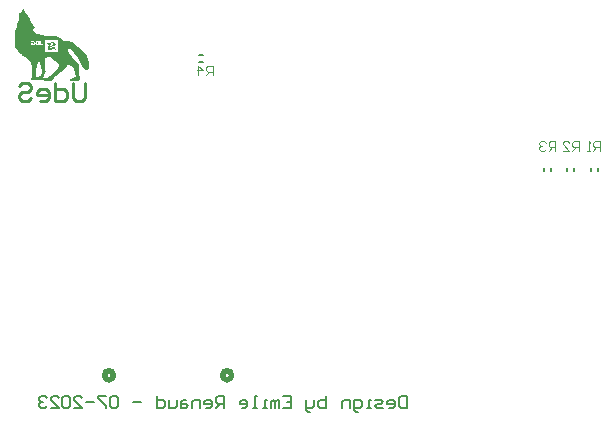
<source format=gbo>
G04*
G04 #@! TF.GenerationSoftware,Altium Limited,Altium Designer,23.4.1 (23)*
G04*
G04 Layer_Color=32896*
%FSLAX44Y44*%
%MOMM*%
G71*
G04*
G04 #@! TF.SameCoordinates,9FFFCCE3-57C6-44D0-9ABF-11A32D4D8937*
G04*
G04*
G04 #@! TF.FilePolarity,Positive*
G04*
G01*
G75*
%ADD10C,0.2540*%
%ADD11C,0.2000*%
%ADD12C,0.5080*%
%ADD17C,0.1200*%
%ADD18C,0.1800*%
G36*
X81669Y350519D02*
X81737Y350498D01*
X81737Y350498D01*
X81755Y350492D01*
X81811Y350462D01*
X81861Y350421D01*
X81892Y350383D01*
X81893Y350383D01*
X81944Y350307D01*
X81992Y350208D01*
X82008Y350161D01*
X82011Y350162D01*
Y350162D01*
X82010Y350162D01*
X82124Y349840D01*
X82318Y349347D01*
X82530Y348860D01*
X82537Y348845D01*
X82538Y348846D01*
X82578Y348758D01*
X82752Y348411D01*
X82943Y348073D01*
X83124Y347788D01*
X83125Y347789D01*
X83125Y347789D01*
X83211Y347656D01*
X83449Y347326D01*
X83702Y347006D01*
X83894Y346786D01*
X83892Y346785D01*
X84325Y346311D01*
X84790Y345832D01*
X84995Y345633D01*
X84995Y345633D01*
Y345633D01*
X84994Y345631D01*
X85206Y345425D01*
X85669Y344948D01*
X85796Y344810D01*
X85797Y344811D01*
X85797Y344811D01*
X85814Y344793D01*
X86136Y344430D01*
X86437Y344064D01*
X86435Y344063D01*
X86552Y343915D01*
X86787Y343588D01*
X86897Y343420D01*
X86899Y343421D01*
Y343421D01*
X86898Y343420D01*
X86980Y343285D01*
X87056Y343122D01*
X87117Y342953D01*
X87119Y342942D01*
X87120Y342943D01*
X87120Y342942D01*
X87134Y342897D01*
X87238Y342531D01*
X87240Y342532D01*
Y342532D01*
X87239Y342531D01*
X87328Y342226D01*
X87388Y342009D01*
X87389Y342010D01*
X87388Y342009D01*
X87488Y341661D01*
X87541Y341468D01*
X87540Y341468D01*
X87671Y340991D01*
X87673Y340991D01*
D01*
X87673D01*
X87673D01*
X87713Y340851D01*
X87796Y340627D01*
X87871Y340463D01*
X87872Y340463D01*
X87980Y340240D01*
X88218Y339794D01*
X88251Y339738D01*
X88252Y339739D01*
Y339739D01*
X88252Y339739D01*
X88252Y339739D01*
X88252D01*
X88396Y339487D01*
X88669Y339045D01*
X88724Y338962D01*
X88725Y338962D01*
X88799Y338846D01*
X89081Y338441D01*
X89229Y338245D01*
X89229Y338245D01*
X89228Y338243D01*
X89521Y337855D01*
X90067Y337100D01*
X90597Y336334D01*
X90625Y336292D01*
X90624Y336291D01*
X90669Y336225D01*
X90801Y336004D01*
X90916Y335773D01*
X91014Y335535D01*
X91096Y335290D01*
X91125Y335175D01*
X91128Y335176D01*
X91125Y335175D01*
X91138Y335121D01*
X91146Y335029D01*
X91138Y334938D01*
X91117Y334848D01*
X91082Y334764D01*
X91034Y334685D01*
X90974Y334615D01*
X90941Y334587D01*
X90941Y334587D01*
X90896Y334547D01*
X90779Y334469D01*
X90653Y334407D01*
X90520Y334362D01*
X90383Y334335D01*
X90243Y334326D01*
Y334328D01*
X90243D01*
X90031Y334318D01*
X89820Y334291D01*
X89769Y334279D01*
X89770Y334279D01*
X89769Y334281D01*
X89769Y334281D01*
X89686Y334256D01*
X89609Y334215D01*
X89541Y334159D01*
X89513Y334124D01*
X89512Y334124D01*
X89512Y334124D01*
X89512D01*
X89495Y334101D01*
X89476Y334057D01*
X89470Y334009D01*
X89476Y333962D01*
X89495Y333918D01*
X89499Y333912D01*
X89500Y333912D01*
X89500Y333912D01*
X89500Y333912D01*
Y333912D01*
X89524Y333873D01*
X89596Y333788D01*
X89681Y333716D01*
X89726Y333688D01*
X89726Y333688D01*
X89726Y333688D01*
X89726Y333687D01*
X89776Y333648D01*
X89820Y333591D01*
X89823Y333585D01*
X89824Y333586D01*
X89822Y333585D01*
X89876Y333475D01*
X89903Y333397D01*
X89905Y333398D01*
X89904Y333397D01*
X89941Y333267D01*
X89959Y333165D01*
X89961Y333165D01*
X89958Y333165D01*
X89971Y333078D01*
X89979Y332920D01*
X89978D01*
X89985Y332804D01*
X90008Y332691D01*
X90031Y332623D01*
X90030Y332622D01*
X90088Y332481D01*
X90167Y332338D01*
X90183Y332316D01*
X90183Y332315D01*
X90191Y332301D01*
X90302Y332151D01*
X90428Y332013D01*
X90428Y332013D01*
X90428Y332013D01*
X90596Y331857D01*
X90758Y331730D01*
X90758Y331730D01*
X90776Y331717D01*
X90984Y331550D01*
X91091Y331451D01*
X91092Y331452D01*
X91093D01*
X91091Y331451D01*
X91258Y331292D01*
X91453Y331087D01*
X91517Y331020D01*
X91759Y330735D01*
X91786Y330700D01*
X91785Y330700D01*
X91856Y330612D01*
X92000Y330404D01*
X92032Y330350D01*
X92033Y330351D01*
X92033Y330351D01*
X92165Y330146D01*
X92337Y329912D01*
X92345Y329902D01*
X92346Y329903D01*
X92401Y329839D01*
X92487Y329766D01*
X92583Y329707D01*
X92604Y329698D01*
X92688Y329664D01*
X92799Y329637D01*
X92912Y329628D01*
X92928Y329629D01*
X92928Y329630D01*
X93120Y329636D01*
X93420Y329663D01*
X93479Y329672D01*
X93479Y329673D01*
X93479Y329671D01*
X93597Y329686D01*
X93823Y329696D01*
X94017Y329687D01*
X94017Y329687D01*
X94260Y329665D01*
X94577Y329616D01*
X94657Y329599D01*
X94657Y329601D01*
X95036Y329516D01*
X95411Y329412D01*
X95418Y329410D01*
X95418Y329410D01*
X95418Y329410D01*
X95956Y329237D01*
X96330Y329103D01*
X96330Y329104D01*
X96738Y328961D01*
X97259Y328797D01*
X97591Y328707D01*
X97591Y328707D01*
X97591Y328704D01*
X97599Y328702D01*
X97960Y328615D01*
X98324Y328548D01*
X98660Y328504D01*
X98660Y328504D01*
X98771Y328491D01*
X99324Y328444D01*
X99878Y328415D01*
X100087Y328412D01*
X100087Y328412D01*
Y328412D01*
X100884Y328394D01*
X103062Y328364D01*
X103062Y328366D01*
X103219Y328365D01*
X105242Y328335D01*
X105849Y328320D01*
Y328320D01*
X106005Y328318D01*
X106646Y328289D01*
X107287Y328240D01*
X107377Y328231D01*
X107377Y328231D01*
X107787Y328184D01*
X108217Y328114D01*
X108502Y328054D01*
X108502Y328056D01*
X108502Y328054D01*
X108875Y327968D01*
X109347Y327838D01*
X109665Y327736D01*
X109665Y327738D01*
X109666D01*
X109665Y327737D01*
X109712Y327723D01*
X110467Y327463D01*
X111215Y327185D01*
X111357Y327128D01*
X111357Y327129D01*
X111698Y326988D01*
X112057Y326819D01*
X112407Y326634D01*
X112507Y326576D01*
X112508Y326577D01*
X112507Y326576D01*
X112697Y326464D01*
X112958Y326289D01*
X113209Y326100D01*
X113384Y325953D01*
X113384Y325952D01*
X113484Y325867D01*
X113748Y325616D01*
X113999Y325352D01*
X114179Y325141D01*
X114180Y325143D01*
X115071Y324071D01*
X115071Y324070D01*
X115072D01*
X118047Y323888D01*
X118047Y323888D01*
X118656Y323842D01*
X119279Y323775D01*
X119900Y323691D01*
X120517Y323587D01*
X120878Y323515D01*
X120879Y323518D01*
X120879D01*
X120879Y323517D01*
X121240Y323436D01*
X121617Y323332D01*
X121988Y323209D01*
X122353Y323068D01*
X122711Y322910D01*
X122986Y322771D01*
X122986Y322771D01*
X123308Y322599D01*
X123721Y322357D01*
X124123Y322099D01*
X124515Y321826D01*
X124896Y321537D01*
X125148Y321331D01*
X125148Y321331D01*
X125931Y320673D01*
X126898Y319834D01*
X127852Y318980D01*
X128364Y318507D01*
X128365Y318509D01*
X128365Y318509D01*
X128364Y318507D01*
X130009Y316983D01*
X132818Y314354D01*
X132818Y314354D01*
X133253Y313933D01*
X133683Y313489D01*
X134099Y313032D01*
X134320Y312773D01*
X134322Y312775D01*
X134320Y312773D01*
X134442Y312628D01*
X134642Y312363D01*
X134826Y312088D01*
X134994Y311802D01*
X135147Y311507D01*
X135154Y311490D01*
X135153Y311489D01*
X135265Y311256D01*
X135479Y310763D01*
X135675Y310264D01*
X135854Y309757D01*
X135877Y309685D01*
X135877Y309685D01*
X135897Y309626D01*
X136121Y308905D01*
X136326Y308178D01*
X136512Y307446D01*
X136679Y306709D01*
X136826Y305968D01*
X136867Y305734D01*
X136869Y305735D01*
X136868Y305734D01*
X136948Y305240D01*
X137017Y304689D01*
X137066Y304137D01*
X137096Y303583D01*
X137106Y303028D01*
X137096Y302473D01*
X137085Y302260D01*
X137087Y302260D01*
X137087D01*
X137060Y301891D01*
X137014Y301521D01*
X136950Y301153D01*
X136869Y300790D01*
X136769Y300430D01*
X136652Y300076D01*
X136563Y299846D01*
X136566Y299845D01*
X136563Y299846D01*
X136527Y299759D01*
X136456Y299631D01*
X136372Y299511D01*
X136274Y299402D01*
X136165Y299305D01*
X136046Y299220D01*
X135918Y299149D01*
X135782Y299093D01*
X135642Y299053D01*
X135497Y299028D01*
X135351Y299020D01*
Y299020D01*
X135351D01*
X135192Y299028D01*
X135035Y299051D01*
X134881Y299090D01*
X134731Y299143D01*
X134626Y299193D01*
X134626Y299192D01*
X134259Y299384D01*
X133881Y299607D01*
X133596Y299793D01*
X133596Y299793D01*
X133426Y299907D01*
X133075Y300165D01*
X132736Y300437D01*
X132574Y300579D01*
X132572Y300577D01*
X132573Y300578D01*
X132550Y300596D01*
X132305Y300827D01*
X132075Y301072D01*
X131859Y301330D01*
X131814Y301392D01*
X131813Y301391D01*
X131645Y301625D01*
X131484Y301884D01*
X131467Y301917D01*
X131467Y301918D01*
X131208Y302380D01*
X130982Y302811D01*
X130980Y302810D01*
X130982Y302811D01*
X130765Y303228D01*
X130462Y303850D01*
X130413Y303951D01*
X130081Y304675D01*
X129982Y304906D01*
X129980Y304905D01*
X129980Y304905D01*
X129871Y305159D01*
X129546Y305864D01*
X129508Y305940D01*
X129509Y305940D01*
X129500Y305960D01*
X129179Y306603D01*
X129011Y306918D01*
X129011Y306918D01*
X129012Y306919D01*
X128973Y306995D01*
X128645Y307582D01*
X128555Y307733D01*
X128556Y307733D01*
X128455Y307891D01*
X128330Y308054D01*
X128251Y308140D01*
X128253Y308142D01*
X128173Y308228D01*
X128047Y308393D01*
X128008Y308455D01*
X128007Y308454D01*
X128007Y308454D01*
X127879Y308660D01*
X127775Y308854D01*
X127774Y308853D01*
X127774Y308853D01*
X127775Y308854D01*
X127747Y308907D01*
X127633Y309160D01*
X127590Y309273D01*
X127589Y309272D01*
X127577Y309303D01*
X127520Y309482D01*
X127484Y309644D01*
X127484Y309644D01*
X127476Y309689D01*
X127417Y309945D01*
X127340Y310196D01*
X127248Y310442D01*
X127139Y310681D01*
X127016Y310913D01*
X126877Y311136D01*
X126724Y311350D01*
X126689Y311392D01*
X126689Y311392D01*
X126689Y311392D01*
X126187Y312023D01*
X125477Y312884D01*
X124752Y313733D01*
X124049Y314527D01*
X124048Y314526D01*
X123721Y314891D01*
X122868Y315814D01*
X122001Y316723D01*
X121202Y317534D01*
X121202Y317535D01*
X121201Y317537D01*
X121068Y317657D01*
X120924Y317764D01*
X120770Y317856D01*
X120608Y317932D01*
X120439Y317993D01*
X120266Y318036D01*
X120088Y318063D01*
X119909Y318071D01*
Y318071D01*
X119876Y318064D01*
X119847Y318045D01*
X119829Y318017D01*
X119824Y317995D01*
X119824Y317995D01*
X119824Y317995D01*
X119774Y317613D01*
X119759Y317460D01*
X119759Y317460D01*
X119759Y317460D01*
X119743Y317312D01*
X119713Y316849D01*
X119711Y316791D01*
X119713Y316791D01*
X119712D01*
X119705Y316626D01*
X119695Y315996D01*
X119698D01*
X119698Y315996D01*
X119698Y315996D01*
X119695D01*
X119705Y315175D01*
X119724Y314669D01*
X119724D01*
X119724Y314669D01*
X119729Y314547D01*
X119759Y314324D01*
X119807Y314105D01*
X119836Y314014D01*
X119836D01*
X119836Y314014D01*
X119868Y313912D01*
X119939Y313741D01*
X120025Y313577D01*
X120107Y313447D01*
X120107Y313447D01*
X120374Y313062D01*
X120730Y312581D01*
X120760Y312544D01*
X120761Y312545D01*
X120760Y312544D01*
X121026Y312213D01*
X121324Y311873D01*
X121383Y311810D01*
X121384Y311811D01*
X121384Y311810D01*
X121596Y311581D01*
X122474Y310660D01*
X122523Y310611D01*
X122523Y310610D01*
X122525Y310608D01*
X123464Y309655D01*
X123873Y309252D01*
X123873Y309252D01*
X123873D01*
X123873Y309252D01*
X124431Y308702D01*
X125269Y307899D01*
X125270Y307900D01*
X128715Y304634D01*
X128634Y300805D01*
X128633Y300805D01*
X128629Y300643D01*
X128619Y299550D01*
X128622Y299160D01*
X128622D01*
X128622Y299160D01*
X128629Y298516D01*
X128657Y297638D01*
X128658Y297638D01*
X128666Y297418D01*
X128716Y296588D01*
X128735Y296360D01*
X128735Y296360D01*
X128735Y296360D01*
X128749Y296186D01*
X128794Y295846D01*
X128850Y295539D01*
X128849Y295539D01*
X128901Y295294D01*
X128989Y294771D01*
X129059Y294246D01*
X129069Y294136D01*
X129071Y294136D01*
X129070Y294136D01*
X129114Y293642D01*
X129143Y293106D01*
X129150Y292696D01*
X129151Y292696D01*
X129150Y292696D01*
X129152Y292584D01*
X129143Y292084D01*
X129115Y291586D01*
X129101Y291442D01*
X129102Y291442D01*
X129101Y291419D01*
X129075Y291241D01*
X129031Y291066D01*
X128970Y290896D01*
X128893Y290733D01*
X128892Y290732D01*
X128893Y290732D01*
X128892Y290732D01*
X128837Y290644D01*
X128760Y290554D01*
X128670Y290477D01*
X128609Y290439D01*
X128609Y290439D01*
X128514Y290386D01*
X128381Y290331D01*
X128242Y290291D01*
X128167Y290278D01*
X128168Y290276D01*
X128168Y290276D01*
X127851Y290232D01*
X127519Y290204D01*
X127359Y290199D01*
X127359Y290197D01*
X127359Y290199D01*
X126751Y290180D01*
X125448Y290156D01*
X125448Y290156D01*
X124335Y290147D01*
X123354Y290155D01*
Y290155D01*
X123024Y290161D01*
X122517Y290190D01*
X122014Y290237D01*
Y290237D01*
X122013Y290237D01*
X121677Y290285D01*
X121345Y290351D01*
X121177Y290394D01*
X121176Y290392D01*
X121177Y290392D01*
X121174Y290392D01*
X121108Y290420D01*
X121051Y290463D01*
X121007Y290520D01*
X120980Y290587D01*
X120970Y290658D01*
X120971D01*
X120978Y290746D01*
X120999Y290833D01*
X121033Y290916D01*
X121080Y290991D01*
X121137Y291059D01*
X121192Y291106D01*
X121192Y291107D01*
X121193Y291106D01*
X121354Y291232D01*
X121934Y291661D01*
X122432Y292009D01*
X122432Y292010D01*
X122432D01*
X122433Y292008D01*
X122598Y292123D01*
X123100Y292446D01*
X123612Y292753D01*
X123749Y292829D01*
X123748Y292831D01*
X123748Y292829D01*
X123799Y292859D01*
X124046Y292983D01*
X124302Y293089D01*
X124564Y293176D01*
X124710Y293213D01*
X124710Y293216D01*
X124710D01*
X125856Y293504D01*
X125856D01*
X125856Y293504D01*
X125857Y293505D01*
X125857Y293505D01*
X125857Y293505D01*
X125857Y293505D01*
X125857Y293505D01*
X125857Y293506D01*
X125703Y294802D01*
X125705Y294802D01*
X125638Y295284D01*
X125550Y295777D01*
X125443Y296266D01*
X125422Y296344D01*
X125421Y296344D01*
X125422Y296344D01*
X125184Y297286D01*
X124878Y298416D01*
X124799Y298690D01*
X124799Y298690D01*
X124731Y298932D01*
X124304Y300385D01*
X124101Y301042D01*
Y301042D01*
X124101Y301042D01*
X124101Y301042D01*
X124101D01*
X124103Y301042D01*
X124040Y301218D01*
X123957Y301394D01*
X123856Y301561D01*
X123740Y301718D01*
X123733Y301726D01*
X123732Y301725D01*
X123732Y301726D01*
X123639Y301830D01*
X123512Y301943D01*
X123374Y302041D01*
X123274Y302097D01*
X123274Y302097D01*
X121832Y302853D01*
X120964Y303298D01*
Y303298D01*
X120964Y303298D01*
X120964Y303298D01*
X120964Y303299D01*
X120571Y303502D01*
X118620Y304491D01*
X118619Y304489D01*
X118546Y304525D01*
X118408Y304572D01*
X118265Y304600D01*
X118120Y304610D01*
X118120D01*
Y304608D01*
X118098Y304604D01*
X118080Y304592D01*
X118068Y304574D01*
X118065Y304559D01*
X118064Y304559D01*
X118058Y304477D01*
X118063Y304404D01*
X118064D01*
X118062Y304403D01*
X118062Y304400D01*
X118088Y304247D01*
X118107Y304182D01*
X118107Y304182D01*
X118107Y304181D01*
X118141Y304061D01*
X118194Y303917D01*
X118193Y303916D01*
X118205Y303887D01*
X118263Y303704D01*
X118282Y303615D01*
X118285Y303615D01*
X118283Y303615D01*
X118321Y303426D01*
X118338Y303278D01*
X118341Y303278D01*
X118338Y303278D01*
X118348Y303196D01*
X118357Y302976D01*
X118356Y302957D01*
X118356D01*
X118348Y302827D01*
X118324Y302709D01*
X118325Y302709D01*
Y302709D01*
X118323Y302709D01*
X118304Y302633D01*
X118250Y302482D01*
X118182Y302338D01*
X118100Y302201D01*
X118005Y302073D01*
X117931Y301992D01*
X117933Y301991D01*
X117931Y301992D01*
X117504Y301540D01*
X116772Y300794D01*
X116393Y300423D01*
X116393Y300423D01*
X116041Y300078D01*
X115378Y299455D01*
X114701Y298847D01*
X114590Y298752D01*
X114591Y298750D01*
X114591D01*
X114590Y298752D01*
X114476Y298650D01*
X113833Y298106D01*
X113177Y297578D01*
X112775Y297269D01*
X112777Y297268D01*
X111897Y296593D01*
X110643Y295605D01*
X110516Y295503D01*
X110517Y295502D01*
X110517Y295502D01*
X110380Y295395D01*
X109815Y294925D01*
X109262Y294440D01*
X109046Y294240D01*
X109045Y294240D01*
X108953Y294156D01*
X108556Y293773D01*
X108173Y293377D01*
X107957Y293138D01*
X107957Y293138D01*
X107957Y293138D01*
Y293138D01*
X107957D01*
X107957Y293138D01*
X107775Y292935D01*
X107415Y292504D01*
X107070Y292060D01*
X106986Y291943D01*
X106986Y291943D01*
X105801Y290328D01*
X102781Y290219D01*
X102781Y290220D01*
X101854Y290193D01*
X100812Y290183D01*
X100555Y290186D01*
Y290185D01*
X100218Y290193D01*
X99847Y290221D01*
X99477Y290266D01*
X99235Y290308D01*
X99235Y290307D01*
X99050Y290348D01*
X98858Y290408D01*
X98672Y290485D01*
X98493Y290578D01*
X98479Y290587D01*
X98478Y290586D01*
X98480Y290589D01*
X98425Y290622D01*
X98347Y290689D01*
X98280Y290767D01*
X98226Y290855D01*
X98187Y290950D01*
X98163Y291050D01*
X98162Y291057D01*
X98161Y291057D01*
X98163Y291057D01*
X98160Y291070D01*
X98153Y291180D01*
X98160Y291290D01*
X98182Y291398D01*
X98217Y291503D01*
X98235Y291539D01*
X98233Y291540D01*
X98235Y291539D01*
X98268Y291605D01*
X98332Y291701D01*
X98408Y291788D01*
X98495Y291864D01*
X98562Y291908D01*
X98562Y291908D01*
X98641Y291959D01*
X98823Y292054D01*
X99014Y292132D01*
X99210Y292194D01*
X99225Y292198D01*
X99225Y292199D01*
X99225Y292197D01*
X99657Y292304D01*
X100184Y292414D01*
X100364Y292445D01*
X100364Y292447D01*
X100364Y292447D01*
X100609Y292492D01*
X100970Y292579D01*
X101086Y292613D01*
X101086Y292612D01*
X101450Y292724D01*
X101821Y292858D01*
X101822Y292859D01*
X101821Y292861D01*
X101822Y292861D01*
X101998Y292929D01*
X102368Y293093D01*
X102518Y293169D01*
X102518Y293168D01*
X102739Y293282D01*
X103021Y293448D01*
X103123Y293516D01*
X103123Y293516D01*
X103195Y293562D01*
X103591Y293837D01*
X103975Y294128D01*
X104348Y294434D01*
X104708Y294755D01*
X104758Y294802D01*
X104757Y294803D01*
X104757Y294803D01*
X105180Y295197D01*
X106222Y296197D01*
X107250Y297210D01*
X107379Y297341D01*
X108263Y298237D01*
X109261Y299278D01*
X109908Y299973D01*
X109908Y299973D01*
Y299973D01*
X109910Y299972D01*
X109927Y299989D01*
X110249Y300352D01*
X110557Y300728D01*
X110851Y301115D01*
X111129Y301514D01*
X111194Y301615D01*
X111193Y301616D01*
X111193Y301616D01*
X111461Y302027D01*
X111793Y302561D01*
X111793Y302561D01*
X111793Y302561D01*
X111794Y302560D01*
X111865Y302687D01*
X111925Y302833D01*
X111964Y302968D01*
X111962Y302968D01*
X111963Y302968D01*
X111963Y302968D01*
X111973Y303011D01*
X111979Y303096D01*
X111973Y303181D01*
X111953Y303264D01*
X111939Y303298D01*
X111938D01*
X111939Y303298D01*
X111887Y303424D01*
X111784Y303620D01*
X111708Y303741D01*
X111708Y303741D01*
X111581Y303930D01*
X111375Y304204D01*
X111153Y304467D01*
X111101Y304522D01*
X111100Y304522D01*
Y304522D01*
X111101Y304522D01*
X111016Y304616D01*
X110625Y305021D01*
X110220Y305412D01*
X110215Y305417D01*
X110214Y305415D01*
X109836Y305762D01*
X109325Y306203D01*
X109055Y306423D01*
X109055Y306424D01*
X109055Y306424D01*
X109056Y306425D01*
X108348Y306991D01*
X107596Y307568D01*
X107595Y307567D01*
X107595D01*
X107596Y307568D01*
X107462Y307668D01*
X107004Y308031D01*
X106849Y308163D01*
X106849Y308163D01*
X106664Y308317D01*
X106248Y308691D01*
X106159Y308777D01*
X106158Y308776D01*
X106158D01*
X106159Y308777D01*
X105883Y309043D01*
X105603Y309334D01*
X105602Y309333D01*
X105603Y309334D01*
X105515Y309433D01*
X105411Y309578D01*
X105347Y309695D01*
X105346Y309695D01*
X105335Y309718D01*
X105240Y309876D01*
X105130Y310025D01*
X105006Y310162D01*
X104869Y310286D01*
X104779Y310353D01*
Y310353D01*
X104707Y310403D01*
X104578Y310475D01*
X104440Y310532D01*
X104298Y310573D01*
X104152Y310598D01*
X104030Y310605D01*
Y310604D01*
X103972Y310607D01*
X103744Y310598D01*
X103517Y310571D01*
X103292Y310526D01*
X103072Y310464D01*
X102977Y310429D01*
Y310429D01*
X102976Y310429D01*
X102565Y310275D01*
X102042Y310058D01*
X101526Y309824D01*
X101422Y309773D01*
X101423Y309772D01*
X101422Y309772D01*
X100783Y309459D01*
X100308Y309213D01*
X100309Y309213D01*
X100308Y309214D01*
X100118Y309108D01*
X99917Y308974D01*
X99800Y308881D01*
X99800Y308881D01*
X99800D01*
X99800Y308881D01*
X99741Y308832D01*
X99669Y308747D01*
X99611Y308652D01*
X99589Y308600D01*
X99589Y308599D01*
X99587Y308600D01*
X99562Y308517D01*
X99553Y308429D01*
X99562Y308341D01*
X99578Y308289D01*
X99578Y308289D01*
X99576Y308288D01*
X99609Y308174D01*
X99633Y308033D01*
X99638Y307945D01*
X99640Y307945D01*
X99639Y307945D01*
X99650Y307725D01*
X99672Y306960D01*
X99674Y306960D01*
X99673Y306960D01*
X99677Y306818D01*
X99687Y305885D01*
X99686Y305781D01*
X99686D01*
X99677Y304796D01*
X99669Y304479D01*
X99669D01*
X99668Y304431D01*
X99658Y303511D01*
X99662Y303088D01*
X99662Y303088D01*
X99668Y302599D01*
X99698Y301787D01*
X99700Y301787D01*
X99705Y301647D01*
X99755Y300909D01*
X99776Y300694D01*
X99776Y300694D01*
X99793Y300521D01*
X99838Y300252D01*
X99888Y300033D01*
X99889Y300034D01*
X99887Y300033D01*
X99989Y299633D01*
X100192Y298765D01*
X100244Y298515D01*
X100246Y298516D01*
X100244Y298515D01*
X100275Y298360D01*
X100302Y298135D01*
X100311Y297908D01*
X100305Y297757D01*
X100304Y297757D01*
X100300Y297672D01*
X100274Y297492D01*
X100229Y297316D01*
X100168Y297144D01*
X100152Y297111D01*
X100151Y297111D01*
X100054Y296889D01*
X99854Y296484D01*
X99685Y296176D01*
X99687Y296175D01*
X99686Y296176D01*
X99529Y295889D01*
X99364Y295555D01*
X99365Y295555D01*
X99236Y295282D01*
X99027Y294800D01*
X98992Y294718D01*
X98767Y294149D01*
X98726Y294035D01*
X98727Y294034D01*
X98727Y294034D01*
X98635Y293779D01*
X98512Y293384D01*
X98437Y293126D01*
X98302Y292728D01*
X98150Y292337D01*
X98020Y292041D01*
X98021Y292041D01*
D01*
X98021Y292040D01*
X98021Y292041D01*
X98018Y292033D01*
X97904Y291805D01*
X97774Y291586D01*
X97628Y291377D01*
X97468Y291178D01*
X97410Y291115D01*
X97410Y291115D01*
X97337Y291036D01*
X97191Y290903D01*
X97035Y290783D01*
X96868Y290676D01*
X96692Y290585D01*
X96669Y290575D01*
X96670Y290574D01*
X96669Y290575D01*
X96518Y290513D01*
X96340Y290457D01*
X96158Y290416D01*
X95973Y290392D01*
X95786Y290384D01*
Y290383D01*
X95786D01*
X95407Y290393D01*
X95029Y290421D01*
X94704Y290461D01*
X94704Y290460D01*
X94331Y290521D01*
X93945Y290602D01*
X93615Y290688D01*
X93615Y290689D01*
X93428Y290741D01*
X93043Y290868D01*
X92725Y290991D01*
X92724Y290991D01*
X92722Y290992D01*
X92666Y291021D01*
X92618Y291061D01*
X92577Y291110D01*
X92548Y291166D01*
X92529Y291226D01*
X92523Y291289D01*
X92523D01*
X92531Y291456D01*
X92555Y291620D01*
X92596Y291782D01*
X92652Y291939D01*
X92655Y291944D01*
X92654Y291945D01*
X92656Y291944D01*
X92693Y292032D01*
X92790Y292218D01*
X92902Y292395D01*
X93030Y292562D01*
X93036Y292568D01*
X93037Y292568D01*
X93063Y292600D01*
X93230Y292780D01*
X93410Y292947D01*
X93601Y293101D01*
X93668Y293148D01*
X93667Y293150D01*
X93667D01*
X93668Y293148D01*
X93906Y293312D01*
X94208Y293497D01*
X94520Y293666D01*
X94541Y293676D01*
X94541Y293677D01*
X94541D01*
X94541Y293677D01*
X94541Y293677D01*
X94773Y293794D01*
X95236Y294050D01*
X95690Y294324D01*
X95702Y294331D01*
X95701Y294332D01*
X95867Y294443D01*
X96053Y294590D01*
X96227Y294751D01*
X96377Y294913D01*
X96376Y294914D01*
Y294914D01*
X96376Y294914D01*
X96396Y294935D01*
X96509Y295082D01*
X96608Y295238D01*
X96694Y295403D01*
X96765Y295574D01*
X96770Y295589D01*
X96769Y295589D01*
X96792Y295651D01*
X96881Y295944D01*
X96951Y296243D01*
X96997Y296520D01*
X96996Y296520D01*
X96997Y296520D01*
X97043Y296920D01*
X97073Y297343D01*
X97083Y297768D01*
X97073Y298192D01*
X97043Y298615D01*
X97011Y298898D01*
X97012Y298898D01*
X97000Y299000D01*
X96892Y299769D01*
X96765Y300536D01*
X96618Y301299D01*
X96452Y302058D01*
X96444Y302090D01*
X96442Y302089D01*
X96444Y302090D01*
X96267Y302812D01*
X96063Y303561D01*
X95840Y304304D01*
X95598Y305042D01*
X95552Y305173D01*
X95551Y305173D01*
X95528Y305244D01*
X95392Y305596D01*
X95239Y305941D01*
X95070Y306278D01*
X94884Y306606D01*
X94682Y306925D01*
X94514Y307162D01*
X94514Y307162D01*
Y307162D01*
X94514Y307162D01*
X94300Y307454D01*
X93951Y307898D01*
X93902Y307957D01*
X93901Y307956D01*
X93901Y307956D01*
X93901Y307956D01*
X93871Y307992D01*
X93799Y308052D01*
X93715Y308097D01*
X93625Y308124D01*
X93579Y308128D01*
X93579Y308128D01*
X93579D01*
X93579Y308129D01*
X93579D01*
X93565Y308130D01*
X93528Y308125D01*
X93494Y308111D01*
X93464Y308089D01*
X93442Y308059D01*
X93427Y308025D01*
X93423Y307988D01*
X93425Y307969D01*
X93425Y307969D01*
X93425Y307968D01*
X93425Y307968D01*
X93448Y307808D01*
X93509Y307500D01*
X93572Y307256D01*
X93571Y307256D01*
X93622Y307055D01*
X93670Y306791D01*
X93699Y306525D01*
X93698D01*
X93698Y306524D01*
X93707Y306275D01*
X93698Y306026D01*
X93674Y305797D01*
X93674Y305797D01*
X93672Y305797D01*
X93639Y305556D01*
X93553Y305073D01*
X93470Y304696D01*
X93470Y304696D01*
X93469Y304697D01*
X93185Y303467D01*
X92856Y302098D01*
X92858Y302097D01*
X92858Y302097D01*
X92800Y301859D01*
X92638Y301121D01*
X92578Y300811D01*
X92577Y300811D01*
X92484Y300300D01*
X92397Y299710D01*
X92391Y299662D01*
X92393Y299662D01*
X92393Y299662D01*
Y299662D01*
X92354Y299354D01*
X92308Y298832D01*
X92296Y298619D01*
X92296D01*
X92287Y298478D01*
X92276Y298013D01*
X92284Y297652D01*
X92284D01*
X92293Y297209D01*
X92286Y296853D01*
X92288Y296853D01*
X92285Y296853D01*
X92282Y296691D01*
X92254Y296296D01*
X92236Y296136D01*
X92238Y296136D01*
X92237Y296129D01*
X92187Y295773D01*
X92141Y295541D01*
X92143Y295540D01*
X92142Y295540D01*
X92103Y295384D01*
X92043Y295217D01*
X92001Y295129D01*
X92002Y295128D01*
X92002D01*
X91992Y295107D01*
X91917Y294928D01*
X91859Y294743D01*
X91844Y294676D01*
X91817Y294555D01*
X91792Y294364D01*
X91785Y294202D01*
X91785D01*
X91783Y294142D01*
X91793Y293859D01*
X91820Y293581D01*
X91822Y293581D01*
X91854Y293334D01*
X91960Y292650D01*
X91967Y292613D01*
X91966Y292613D01*
X92001Y292421D01*
X92076Y291916D01*
X92078Y291917D01*
X92078Y291917D01*
X92079Y291910D01*
X92145Y291384D01*
X92152Y291311D01*
X92151Y291311D01*
X92196Y290853D01*
X92200Y290802D01*
X92200Y290802D01*
Y290802D01*
X92198Y290802D01*
X92200Y290792D01*
X92191Y290745D01*
X92164Y290705D01*
X92164Y290706D01*
X92101Y290652D01*
X92031Y290609D01*
X91954Y290577D01*
X91874Y290558D01*
X91836Y290555D01*
X91331Y290512D01*
X90423Y290453D01*
X90423Y290454D01*
X90124Y290436D01*
X89341Y290407D01*
X89054Y290403D01*
X89054Y290401D01*
X89054Y290403D01*
X89012Y290401D01*
X88800Y290409D01*
X88589Y290434D01*
X88380Y290476D01*
X88353Y290483D01*
X88353Y290483D01*
X88335Y290487D01*
X88191Y290536D01*
X88055Y290603D01*
X87928Y290687D01*
X87905Y290707D01*
X87904Y290706D01*
X87906Y290708D01*
X87865Y290741D01*
X87803Y290817D01*
X87757Y290904D01*
X87728Y290998D01*
X87722Y291058D01*
X87723D01*
X87718Y291117D01*
X87728Y291242D01*
X87757Y291364D01*
X87805Y291479D01*
X87829Y291519D01*
X87829Y291520D01*
X87858Y291571D01*
X87991Y291770D01*
X88138Y291957D01*
X88236Y292063D01*
X88235Y292064D01*
X88313Y292152D01*
X88406Y292284D01*
X88485Y292426D01*
X88541Y292561D01*
X88540Y292562D01*
X88571Y292646D01*
X88629Y292851D01*
X88670Y293060D01*
X88691Y293231D01*
X88690Y293231D01*
X88690D01*
X88708Y293416D01*
X88737Y293907D01*
X88747Y294398D01*
X88746Y294408D01*
X88746D01*
X88737Y296789D01*
X88730Y297351D01*
X88730Y297351D01*
X88730Y297351D01*
X88728Y297727D01*
X88698Y299410D01*
X88661Y300661D01*
X88661D01*
X88640Y301213D01*
X88591Y301986D01*
X88522Y302759D01*
X88507Y302886D01*
X88508Y302886D01*
X88506Y302909D01*
X88440Y303435D01*
X88355Y303957D01*
X88256Y304455D01*
X88255Y304455D01*
X88206Y304666D01*
X88122Y304942D01*
X88020Y305212D01*
X87901Y305475D01*
X87861Y305549D01*
X87861Y305549D01*
X87861Y305549D01*
X87828Y305616D01*
X87706Y305821D01*
X87571Y306016D01*
X87422Y306201D01*
X87378Y306248D01*
X87378Y306248D01*
X87378Y306248D01*
X87378Y306248D01*
X87092Y306565D01*
X86452Y307248D01*
X86212Y307493D01*
X86212Y307493D01*
X86212D01*
X86212Y307493D01*
X85852Y307861D01*
X85238Y308461D01*
X84939Y308741D01*
X84939Y308741D01*
X84939Y308741D01*
X84939D01*
X84940Y308742D01*
X84897Y308783D01*
X84508Y309131D01*
X84105Y309465D01*
X83886Y309633D01*
X83886Y309633D01*
X83886Y309633D01*
X83886Y309633D01*
X83804Y309696D01*
X83626Y309809D01*
X83619Y309813D01*
X83619Y309811D01*
X83567Y309842D01*
X83386Y309928D01*
X83341Y309944D01*
X83341Y309944D01*
X83293Y309964D01*
X83122Y310013D01*
X83092Y310018D01*
X83092Y310018D01*
X83089Y310019D01*
X83027Y310025D01*
X82964Y310019D01*
X82922Y310006D01*
X82922Y310006D01*
X82922Y310008D01*
X82906Y310002D01*
X82847Y309994D01*
X82789Y310002D01*
X82734Y310024D01*
X82717Y310037D01*
X82717Y310037D01*
X82618Y310105D01*
X82146Y310455D01*
X82108Y310485D01*
X82109Y310486D01*
X81866Y310675D01*
X81467Y311009D01*
X81393Y311075D01*
X81393Y311075D01*
X81229Y311218D01*
X80702Y311702D01*
X80606Y311796D01*
X80605Y311795D01*
X80607Y311796D01*
X80598Y311805D01*
X79958Y312402D01*
X79808Y312535D01*
X79808Y312535D01*
X79809Y312536D01*
X79758Y312583D01*
X79224Y313049D01*
X79059Y313185D01*
X79059Y313185D01*
X78723Y313464D01*
X78418Y313705D01*
X78418Y313705D01*
X78418Y313705D01*
X78419Y313706D01*
X78410Y313713D01*
X78309Y313781D01*
X78200Y313835D01*
X78138Y313856D01*
X78138Y313857D01*
X78059Y313890D01*
X77982Y313937D01*
X77926Y313985D01*
X77926Y313985D01*
X77867Y314040D01*
X77717Y314202D01*
X77670Y314262D01*
X77670Y314263D01*
X77590Y314361D01*
X77450Y314563D01*
X77416Y314620D01*
X77416Y314620D01*
X77318Y314785D01*
X77204Y315013D01*
X77204Y315013D01*
X77206Y315014D01*
X77092Y315240D01*
X76993Y315407D01*
X76993Y315406D01*
Y315406D01*
X76993Y315407D01*
X76960Y315462D01*
X76822Y315661D01*
X76740Y315763D01*
X76740Y315763D01*
X76740Y315763D01*
X76697Y315818D01*
X76550Y315977D01*
X76485Y316037D01*
X76485D01*
X76485Y316038D01*
X76432Y316083D01*
X76357Y316129D01*
X76276Y316163D01*
X76272Y316164D01*
X76272Y316163D01*
X76268Y316164D01*
X76188Y316197D01*
X76114Y316243D01*
X76073Y316278D01*
X76071Y316276D01*
X76073Y316278D01*
X75996Y316348D01*
X75879Y316477D01*
X75858Y316505D01*
X75858Y316505D01*
X75785Y316602D01*
X75684Y316759D01*
X75664Y316798D01*
X75662Y316797D01*
X75663Y316797D01*
X75650Y316820D01*
X75563Y317004D01*
X75523Y317116D01*
X75520Y317115D01*
X75521Y317116D01*
X75460Y317281D01*
X75374Y317466D01*
X75374Y317466D01*
X75256Y317694D01*
X75161Y317855D01*
X75163Y317856D01*
X75148Y317883D01*
X74966Y318164D01*
X74923Y318222D01*
X74924Y318223D01*
X74793Y318393D01*
X74692Y318503D01*
X74694Y318504D01*
X74613Y318595D01*
X74516Y318731D01*
X74435Y318878D01*
X74383Y319003D01*
X74381Y319003D01*
X74384Y319004D01*
X74342Y319118D01*
X74283Y319325D01*
X74241Y319536D01*
X74225Y319673D01*
X74225Y319673D01*
X74191Y320018D01*
X74162Y320500D01*
X74156Y320841D01*
X74153D01*
X74156Y320841D01*
X74142Y322000D01*
X74135Y323720D01*
X74135D01*
X74133Y323982D01*
X74143Y325412D01*
X74149Y325727D01*
X74149D01*
X74151Y325873D01*
X74180Y326843D01*
X74207Y327389D01*
X74207Y327389D01*
X74244Y328036D01*
X74297Y328684D01*
X74295Y328684D01*
X74296Y328684D01*
X74323Y328913D01*
X74373Y329167D01*
X74426Y329353D01*
X74424Y329354D01*
X74425Y329353D01*
X74503Y329631D01*
X74540Y329806D01*
Y329806D01*
X74540Y329806D01*
X74557Y329881D01*
X74583Y330075D01*
X74587Y330175D01*
X74587Y330175D01*
X74587D01*
X74590Y330231D01*
X74582Y330379D01*
X74568Y330460D01*
X74568Y330460D01*
X74568Y330461D01*
X74569Y330461D01*
X74569Y330470D01*
X74545Y330547D01*
X74507Y330619D01*
X74479Y330652D01*
X74479Y330652D01*
X74479D01*
Y330652D01*
X74481Y330654D01*
X74451Y330690D01*
X74409Y330769D01*
X74383Y330855D01*
X74374Y330944D01*
X74383Y331033D01*
X74391Y331059D01*
X74389Y331060D01*
X74390Y331060D01*
X74639Y331977D01*
X74851Y332703D01*
X74851Y332703D01*
X74899Y332869D01*
X75144Y333641D01*
X75407Y334406D01*
X75462Y334556D01*
X75462Y334556D01*
X75743Y335309D01*
X76071Y336125D01*
X76204Y336437D01*
X76202Y336438D01*
X76203Y336438D01*
X76246Y336537D01*
X76419Y336980D01*
X76421Y336986D01*
X76420Y336987D01*
X76448Y337069D01*
X76472Y337192D01*
X76478Y337279D01*
X76477Y337279D01*
X76478Y337279D01*
X76479Y337292D01*
X76473Y337355D01*
X76455Y337416D01*
X76425Y337472D01*
X76422Y337475D01*
X76421Y337475D01*
X76422Y337475D01*
X76413Y337489D01*
X76354Y337558D01*
X76284Y337618D01*
X76250Y337639D01*
X76250Y337639D01*
X76249Y337639D01*
X76251Y337641D01*
X76205Y337669D01*
X76115Y337746D01*
X76099Y337765D01*
X76098Y337763D01*
Y337763D01*
X76099Y337764D01*
X76062Y337812D01*
X76035Y337877D01*
X76033Y337896D01*
X76026Y337946D01*
X76035Y338015D01*
X76047Y338043D01*
X76047Y338043D01*
X76077Y338115D01*
X76139Y338217D01*
X76140Y338217D01*
X76442Y338646D01*
X76773Y339151D01*
X76932Y339410D01*
X76932Y339410D01*
X76932Y339410D01*
X76934Y339409D01*
X77045Y339608D01*
X77141Y339815D01*
X77220Y340029D01*
X77272Y340213D01*
X77272Y340213D01*
X77283Y340249D01*
X77353Y340576D01*
X77403Y340906D01*
X77433Y341238D01*
X77433Y341241D01*
X77431Y341241D01*
X77432Y341241D01*
X77452Y341562D01*
X77543Y343299D01*
X77564Y343831D01*
X77565Y343831D01*
X77586Y344339D01*
X77631Y345303D01*
X77629Y345303D01*
X77631Y345303D01*
X77690Y346553D01*
X77691Y346553D01*
X77747Y347668D01*
X77745Y347668D01*
X77747Y347668D01*
X77750Y347696D01*
X77761Y347721D01*
X77758Y347722D01*
X77760Y347721D01*
X77765Y347733D01*
X77799Y347777D01*
X77843Y347811D01*
X77894Y347832D01*
X77949Y347839D01*
X77962Y347837D01*
X77962Y347837D01*
X78042Y347832D01*
X78218Y347802D01*
X78379Y347756D01*
X78379Y347757D01*
X78379D01*
X78379Y347755D01*
X78495Y347713D01*
X78668Y347631D01*
X78807Y347548D01*
X78807Y347547D01*
X78841Y347526D01*
X78929Y347451D01*
X79004Y347363D01*
X79057Y347277D01*
X79056Y347276D01*
X79148Y347123D01*
X79255Y346978D01*
X79362Y346861D01*
X79362Y346862D01*
Y346862D01*
X79362Y346861D01*
X79363Y346860D01*
X79395Y346835D01*
X79433Y346819D01*
X79473Y346814D01*
X79514Y346819D01*
X79552Y346835D01*
X79584Y346860D01*
X79594Y346873D01*
X79595Y346873D01*
X79595Y346874D01*
X79595Y346873D01*
X79607Y346886D01*
X79671Y346981D01*
X79721Y347084D01*
X79758Y347192D01*
X79776Y347282D01*
X79775Y347283D01*
X79777Y347282D01*
X79867Y347909D01*
X79915Y348346D01*
X79917Y348346D01*
X79936Y348547D01*
X80025Y349245D01*
X80062Y349484D01*
X80060Y349484D01*
X80062Y349484D01*
X80079Y349584D01*
X80122Y349732D01*
X80181Y349873D01*
X80234Y349970D01*
X80234Y349970D01*
X80269Y350027D01*
X80339Y350109D01*
X80421Y350179D01*
X80512Y350235D01*
X80542Y350247D01*
X80541Y350248D01*
X80763Y350340D01*
X81003Y350420D01*
X81153Y350458D01*
X81152Y350461D01*
X81153Y350460D01*
X81170Y350465D01*
X81390Y350508D01*
X81509Y350523D01*
Y350523D01*
X81568Y350528D01*
X81669Y350519D01*
D02*
G37*
G36*
X95551Y305173D02*
X95551Y305173D01*
X95551Y305173D01*
D01*
D02*
G37*
%LPC*%
G36*
X89290Y323660D02*
X89290D01*
Y323660D01*
X88931Y323650D01*
X88781Y323638D01*
X88780Y323638D01*
X88780Y323638D01*
Y323639D01*
X88730Y323636D01*
X88583Y323611D01*
X88454Y323574D01*
X88454Y323573D01*
X88424Y323563D01*
X88343Y323520D01*
X88271Y323461D01*
X88269Y323458D01*
X88269Y323458D01*
X88232Y323410D01*
X88208Y323352D01*
X88200Y323290D01*
X88200D01*
X88208Y323228D01*
X88231Y323171D01*
X88269Y323121D01*
X88270Y323121D01*
X88271Y323122D01*
X88270Y323121D01*
X88341Y323061D01*
X88422Y323011D01*
X88467Y322993D01*
Y322993D01*
X88467Y322992D01*
D01*
X88540Y322962D01*
X88699Y322916D01*
X88797Y322900D01*
X88797Y322899D01*
X89053Y322863D01*
X89282Y322844D01*
X89282Y322844D01*
X89282Y322841D01*
X89483Y322826D01*
X89862Y322780D01*
X89866Y322779D01*
X89866Y322778D01*
X89965Y322758D01*
X90076Y322721D01*
X90176Y322671D01*
X90176Y322670D01*
X90202Y322656D01*
X90267Y322602D01*
X90321Y322537D01*
X90348Y322486D01*
X90350Y322487D01*
Y322487D01*
X90348Y322486D01*
X90376Y322429D01*
X90419Y322303D01*
X90443Y322181D01*
X90444Y322181D01*
X90442Y322181D01*
X90448Y322144D01*
X90456Y321998D01*
X90448Y321851D01*
X90424Y321710D01*
X90424D01*
X90423Y321706D01*
X90383Y321566D01*
X90327Y321431D01*
X90257Y321304D01*
X90238Y321277D01*
X90239Y321276D01*
X90237Y321277D01*
X90197Y321217D01*
X90104Y321111D01*
X89999Y321019D01*
X89932Y320974D01*
X89932Y320974D01*
X89871Y320936D01*
X89774Y320896D01*
X89673Y320872D01*
X89569Y320864D01*
X89569D01*
Y320864D01*
X89507Y320870D01*
X89447Y320888D01*
X89437Y320894D01*
X89436Y320892D01*
X89436D01*
X89437Y320894D01*
X89387Y320920D01*
X89334Y320965D01*
X89324Y320976D01*
X89287Y321021D01*
X89252Y321087D01*
X89248Y321099D01*
X89248Y321099D01*
X89229Y321163D01*
X89221Y321243D01*
Y321243D01*
X89220D01*
X89220Y321243D01*
X89230Y321345D01*
X89243Y321388D01*
X89241Y321388D01*
X89243Y321388D01*
X89256Y321430D01*
X89293Y321499D01*
X89302Y321510D01*
X89302Y321510D01*
X89333Y321548D01*
X89379Y321586D01*
X89391Y321592D01*
X89390Y321594D01*
X89391Y321592D01*
X89394Y321595D01*
X89442Y321615D01*
X89494Y321622D01*
Y321621D01*
X89548Y321628D01*
X89598Y321649D01*
X89641Y321682D01*
X89674Y321725D01*
X89677Y321733D01*
X89677Y321733D01*
X89692Y321770D01*
X89698Y321817D01*
X89692Y321864D01*
X89674Y321908D01*
X89652Y321936D01*
X89652Y321936D01*
Y321936D01*
D01*
X89652Y321936D01*
X89651Y321936D01*
X89609Y321984D01*
X89508Y322073D01*
X89396Y322148D01*
X89321Y322185D01*
X89321Y322184D01*
X89322Y322186D01*
X89178Y322246D01*
X89019Y322291D01*
X88887Y322314D01*
X88887Y322313D01*
X88887Y322313D01*
X88887Y322313D01*
X88778Y322327D01*
X88568Y322337D01*
X88480Y322333D01*
X88480Y322333D01*
X88480Y322333D01*
X88480Y322334D01*
X88429Y322327D01*
X88374Y322304D01*
X88327Y322268D01*
X88297Y322230D01*
X88297Y322230D01*
X88253Y322149D01*
X88224Y322052D01*
X88216Y321973D01*
X88216D01*
X88209Y321842D01*
X88199Y321252D01*
X88202D01*
X88202Y321252D01*
X88202Y321252D01*
Y320100D01*
X88202Y320099D01*
X88203Y320099D01*
X89346D01*
Y320096D01*
X89615Y320106D01*
X89882Y320135D01*
X90146Y320182D01*
X90285Y320218D01*
X90285Y320218D01*
X90286Y320218D01*
X90286Y320218D01*
X90286Y320218D01*
X90353Y320235D01*
X90506Y320290D01*
X90653Y320359D01*
X90793Y320443D01*
X90923Y320539D01*
X90962Y320575D01*
X90962Y320575D01*
X90962Y320575D01*
X90962Y320575D01*
X91032Y320638D01*
X91139Y320757D01*
X91231Y320887D01*
X91308Y321027D01*
X91368Y321171D01*
X91367Y321171D01*
X91367Y321171D01*
X91425Y321353D01*
X91471Y321563D01*
X91499Y321776D01*
X91509Y321991D01*
X91509D01*
X91499Y322175D01*
X91472Y322358D01*
X91427Y322538D01*
X91365Y322712D01*
X91363Y322716D01*
X91361Y322715D01*
X91335Y322778D01*
X91266Y322903D01*
X91184Y323019D01*
X91089Y323125D01*
X90982Y323220D01*
X90953Y323242D01*
X90953Y323241D01*
X90952D01*
Y323241D01*
X90874Y323299D01*
X90726Y323388D01*
X90570Y323462D01*
X90408Y323520D01*
X90262Y323556D01*
X90262Y323555D01*
X90262Y323556D01*
X90203Y323570D01*
X89901Y323620D01*
X89596Y323650D01*
X89290Y323660D01*
D02*
G37*
G36*
X94033Y323660D02*
X93666Y323650D01*
X93413Y323630D01*
X93413Y323630D01*
D01*
X93413Y323632D01*
X93200Y323604D01*
X92987Y323557D01*
X92944Y323543D01*
X92944Y323543D01*
X92944D01*
X92944Y323543D01*
X92921Y323538D01*
X92767Y323483D01*
X92620Y323413D01*
X92575Y323386D01*
X92575Y323386D01*
X92525Y323358D01*
X92389Y323262D01*
X92264Y323151D01*
Y323151D01*
X92265Y323150D01*
Y323150D01*
X92167Y323042D01*
X92083Y322923D01*
X92069Y322898D01*
X92070Y322898D01*
X92069Y322898D01*
X92049Y322867D01*
X91956Y322687D01*
X91906Y322566D01*
X91906Y322566D01*
X91906Y322566D01*
X91877Y322497D01*
X91815Y322299D01*
X91795Y322209D01*
X91793Y322210D01*
X91765Y322046D01*
X91755Y321878D01*
X91755D01*
X91765Y321680D01*
X91794Y321484D01*
X91842Y321292D01*
X91906Y321112D01*
X91908Y321113D01*
X91940Y321037D01*
X92015Y320901D01*
X92105Y320775D01*
X92208Y320659D01*
X92324Y320556D01*
X92333Y320549D01*
X92334Y320550D01*
D01*
X92334Y320550D01*
X92444Y320468D01*
X92597Y320376D01*
X92758Y320300D01*
X92926Y320240D01*
X93045Y320210D01*
X93045Y320211D01*
X93045Y320211D01*
X93045Y320211D01*
X93175Y320180D01*
X93457Y320134D01*
X93742Y320106D01*
X94027Y320096D01*
X94027D01*
Y320099D01*
X95280D01*
X95281Y320099D01*
X95281Y320100D01*
X95287Y321878D01*
X95292Y323656D01*
X95292Y323657D01*
X95291Y323657D01*
X94033D01*
Y323660D01*
D02*
G37*
G36*
X96077Y323659D02*
Y323659D01*
X95984Y323652D01*
X95892Y323630D01*
X95808Y323595D01*
X95809Y323594D01*
D01*
X95809Y323594D01*
X95775Y323575D01*
X95727Y323536D01*
X95687Y323488D01*
X95658Y323433D01*
X95654Y323421D01*
X95654Y323421D01*
X95620Y323320D01*
X95590Y323169D01*
X95583Y323063D01*
X95583Y323063D01*
X95583Y323063D01*
X95575Y322893D01*
X95565Y322277D01*
X95565D01*
X95574Y321934D01*
X95601Y321591D01*
X95646Y321250D01*
X95646Y321250D01*
X95648Y321250D01*
X95648Y321250D01*
X95666Y321146D01*
X95715Y320976D01*
X95783Y320812D01*
X95869Y320658D01*
X95914Y320593D01*
X95914Y320593D01*
X95938Y320557D01*
X96026Y320457D01*
X96125Y320370D01*
X96235Y320296D01*
X96354Y320238D01*
X96386Y320227D01*
X96386Y320227D01*
D01*
X96386Y320227D01*
X96509Y320183D01*
X96700Y320135D01*
X96896Y320106D01*
X97093Y320096D01*
Y320097D01*
X97261Y320105D01*
X97428Y320130D01*
X97592Y320171D01*
X97648Y320191D01*
X97648Y320191D01*
X97648Y320191D01*
X97754Y320229D01*
X97910Y320303D01*
X98059Y320392D01*
X98147Y320457D01*
X98147Y320457D01*
X98148Y320457D01*
X98174Y320475D01*
X98296Y320584D01*
X98405Y320706D01*
X98498Y320837D01*
X98496Y320838D01*
X98534Y320900D01*
X98582Y321016D01*
X98611Y321137D01*
X98621Y321261D01*
Y321261D01*
X98620D01*
X98614Y321325D01*
X98595Y321386D01*
X98565Y321442D01*
X98524Y321492D01*
X98492Y321519D01*
X98492Y321519D01*
X98468Y321538D01*
X98388Y321581D01*
X98301Y321607D01*
X98211Y321616D01*
X98188Y321614D01*
Y321613D01*
X98188Y321613D01*
X98119Y321609D01*
X98009Y321587D01*
X97903Y321551D01*
X97803Y321502D01*
X97797Y321497D01*
X97796Y321497D01*
X97688Y321425D01*
X97582Y321332D01*
X97489Y321226D01*
X97475Y321206D01*
X97476Y321205D01*
X97405Y321122D01*
X97320Y321050D01*
X97225Y320992D01*
X97137Y320955D01*
X97138Y320954D01*
X97137Y320956D01*
X97119Y320948D01*
X97052Y320940D01*
X96986Y320948D01*
X96924Y320974D01*
X96870Y321015D01*
X96848Y321045D01*
X96846Y321043D01*
Y321043D01*
X96846Y321044D01*
X96777Y321147D01*
X96716Y321272D01*
X96671Y321404D01*
X96644Y321538D01*
X96646Y321538D01*
X96622Y321723D01*
X96595Y322061D01*
X96587Y322401D01*
X96586D01*
X96586Y322401D01*
X96586Y322401D01*
X96589D01*
X96579Y322933D01*
X96570Y323105D01*
X96570D01*
X96564Y323189D01*
X96538Y323319D01*
X96498Y323437D01*
X96498Y323437D01*
X96497Y323439D01*
X96469Y323492D01*
X96431Y323539D01*
X96384Y323577D01*
X96343Y323599D01*
X96343Y323598D01*
X96343Y323599D01*
X96272Y323628D01*
X96176Y323652D01*
X96077Y323659D01*
D02*
G37*
G36*
X97093Y318580D02*
X97093D01*
X96849Y318570D01*
X96721Y318555D01*
X96721Y318555D01*
X96720Y318555D01*
X96720Y318555D01*
X96613Y318542D01*
X96384Y318497D01*
X96357Y318489D01*
X96357Y318489D01*
X96317Y318480D01*
X96113Y318415D01*
X96052Y318390D01*
X96052Y318390D01*
X96052D01*
X96052Y318390D01*
X96006Y318371D01*
X95935Y318327D01*
X95872Y318273D01*
X95872Y318273D01*
X95871Y318274D01*
X95871D01*
X95784Y318174D01*
X95709Y318063D01*
X95651Y317943D01*
X95625Y317867D01*
X95625Y317867D01*
X95623Y317868D01*
X95594Y317747D01*
X95584Y317623D01*
X95594Y317499D01*
X95612Y317423D01*
X95612Y317423D01*
X95611Y317423D01*
X95640Y317323D01*
X95695Y317191D01*
X95764Y317066D01*
X95846Y316950D01*
X95852Y316944D01*
X95853Y316945D01*
X95854Y316944D01*
X95854Y316944D01*
X95932Y316847D01*
X96113Y316653D01*
X96307Y316472D01*
X96349Y316438D01*
X96350Y316439D01*
X97128Y315783D01*
X96350D01*
Y315785D01*
X96350D01*
X96138Y315777D01*
X96004Y315761D01*
Y315761D01*
X96003Y315762D01*
X95981Y315760D01*
X95862Y315732D01*
X95761Y315690D01*
X95762Y315689D01*
X95762Y315689D01*
X95717Y315665D01*
X95661Y315618D01*
X95619Y315568D01*
X95620Y315568D01*
X95604Y315547D01*
X95575Y315477D01*
X95565Y315401D01*
X95566D01*
X95574Y315338D01*
X95598Y315280D01*
X95637Y315229D01*
X95654Y315216D01*
X95654Y315216D01*
X95654D01*
Y315216D01*
X95684Y315190D01*
X95762Y315143D01*
X95847Y315107D01*
X95886Y315098D01*
X95886D01*
X95886Y315097D01*
X96036Y315064D01*
X96224Y315039D01*
X96322Y315035D01*
X96322Y315035D01*
X96322Y315035D01*
X96499Y315026D01*
X97093Y315016D01*
Y315016D01*
X97597Y315026D01*
X98100Y315056D01*
X98259Y315072D01*
Y315072D01*
X98260Y315072D01*
X98300Y315076D01*
X98371Y315098D01*
X98438Y315133D01*
X98496Y315181D01*
X98544Y315239D01*
X98579Y315305D01*
X98586Y315329D01*
X98601Y315378D01*
X98609Y315455D01*
X98601Y315531D01*
X98579Y315605D01*
X98542Y315672D01*
X98494Y315732D01*
X98488Y315737D01*
X98487Y315736D01*
X98487Y315736D01*
X98316Y315900D01*
X97946Y316231D01*
X97603Y316516D01*
X97603Y316516D01*
X97494Y316603D01*
X97213Y316847D01*
X97213Y316847D01*
X97007Y317042D01*
X96886Y317170D01*
X96884Y317169D01*
Y317169D01*
X96886Y317170D01*
X96777Y317286D01*
X96639Y317451D01*
X96639Y317451D01*
X96640Y317451D01*
X96617Y317481D01*
X96595Y317535D01*
X96587Y317594D01*
X96587D01*
X96595Y317635D01*
X96618Y317670D01*
X96652Y317693D01*
X96653Y317691D01*
X96705Y317712D01*
X96807Y317737D01*
X96852Y317741D01*
X96851Y317743D01*
D01*
X96852Y317742D01*
X97007Y317750D01*
X97168Y317742D01*
X97168Y317740D01*
X97276Y317731D01*
X97601Y317685D01*
X97601Y317686D01*
X97601Y317685D01*
X97822Y317651D01*
X97990Y317636D01*
X97990Y317636D01*
X97990Y317634D01*
X98193Y317625D01*
X98319Y317631D01*
Y317631D01*
X98319Y317631D01*
X98406Y317636D01*
X98556Y317661D01*
X98555Y317663D01*
X98555D01*
X98569Y317666D01*
X98596Y317683D01*
X98614Y317710D01*
X98620Y317741D01*
X98620D01*
X98613Y317824D01*
X98594Y317905D01*
X98562Y317982D01*
X98518Y318053D01*
X98504Y318070D01*
X98505Y318070D01*
X98425Y318162D01*
X98321Y318253D01*
X98206Y318330D01*
X98184Y318340D01*
X98184Y318340D01*
X98185Y318341D01*
X98169Y318350D01*
X98016Y318422D01*
X97857Y318479D01*
X97695Y318520D01*
X97694Y318518D01*
X97694Y318518D01*
X97694Y318518D01*
X97574Y318542D01*
X97334Y318570D01*
X97093Y318580D01*
X97093D01*
Y318580D01*
D02*
G37*
G36*
X89473D02*
X89473D01*
X89229Y318570D01*
X89101Y318555D01*
X89101Y318555D01*
X89100Y318555D01*
X89100Y318555D01*
X88993Y318542D01*
X88764Y318497D01*
X88737Y318489D01*
X88737Y318489D01*
X88697Y318480D01*
X88493Y318415D01*
X88432Y318390D01*
X88432Y318390D01*
X88432D01*
X88432Y318390D01*
X88386Y318371D01*
X88315Y318327D01*
X88252Y318273D01*
X88252Y318273D01*
X88251Y318274D01*
X88251D01*
X88163Y318174D01*
X88090Y318063D01*
X88031Y317943D01*
X88005Y317867D01*
X88005Y317867D01*
X88003Y317868D01*
X87973Y317747D01*
X87964Y317623D01*
X87973Y317499D01*
X87992Y317423D01*
X87992Y317423D01*
X87991Y317423D01*
X88020Y317323D01*
X88075Y317191D01*
X88144Y317066D01*
X88226Y316950D01*
X88232Y316944D01*
X88233Y316945D01*
X88233Y316944D01*
X88234Y316944D01*
X88312Y316847D01*
X88493Y316653D01*
X88687Y316472D01*
X88729Y316438D01*
X88730Y316439D01*
X89508Y315783D01*
X88730D01*
Y315785D01*
X88730D01*
X88518Y315777D01*
X88384Y315761D01*
Y315761D01*
X88383Y315762D01*
X88361Y315760D01*
X88242Y315732D01*
X88141Y315690D01*
X88142Y315689D01*
X88142Y315689D01*
X88097Y315665D01*
X88041Y315618D01*
X87999Y315568D01*
X88000Y315568D01*
X87984Y315547D01*
X87955Y315477D01*
X87945Y315401D01*
X87946D01*
X87954Y315338D01*
X87978Y315280D01*
X88017Y315229D01*
X88034Y315216D01*
X88034Y315216D01*
X88034D01*
Y315216D01*
X88064Y315190D01*
X88142Y315143D01*
X88227Y315107D01*
X88266Y315098D01*
X88266D01*
X88266Y315097D01*
X88416Y315064D01*
X88604Y315039D01*
X88702Y315035D01*
X88702Y315035D01*
X88702Y315035D01*
X88879Y315026D01*
X89473Y315016D01*
Y315016D01*
X89473D01*
X89964Y315026D01*
X90453Y315057D01*
X90640Y315076D01*
X90640Y315076D01*
X90640Y315076D01*
X90678Y315080D01*
X90753Y315103D01*
X90822Y315140D01*
X90882Y315189D01*
X90932Y315249D01*
X90968Y315318D01*
X90976Y315345D01*
X90976Y315345D01*
X90976Y315345D01*
X90991Y315394D01*
X90999Y315474D01*
X90991Y315554D01*
X90968Y315631D01*
X90930Y315702D01*
X90879Y315763D01*
X90873Y315769D01*
X90872Y315768D01*
X90872Y315768D01*
X90699Y315934D01*
X90336Y316256D01*
X89983Y316546D01*
X89983Y316547D01*
X89823Y316674D01*
X89594Y316873D01*
X89593Y316872D01*
X89593Y316872D01*
X89584Y316880D01*
X89349Y317102D01*
X89266Y317190D01*
X89264Y317188D01*
D01*
X89266Y317190D01*
X89117Y317348D01*
X89019Y317466D01*
X89019Y317466D01*
X88996Y317495D01*
X88974Y317548D01*
X88967Y317604D01*
X88967D01*
X88974Y317642D01*
X88996Y317673D01*
X89028Y317695D01*
X89032Y317696D01*
X89032Y317695D01*
X89058Y317706D01*
X89179Y317735D01*
X89239Y317740D01*
X89239Y317742D01*
X89239Y317741D01*
X89389Y317748D01*
X89558Y317740D01*
X89558Y317741D01*
X89558Y317738D01*
X89672Y317729D01*
X89981Y317685D01*
X89981Y317685D01*
X90202Y317651D01*
X90370Y317636D01*
X90370Y317636D01*
X90370Y317634D01*
X90573Y317625D01*
X90699Y317631D01*
Y317631D01*
X90699Y317631D01*
X90786Y317636D01*
X90936Y317661D01*
X90935Y317663D01*
X90935D01*
X90949Y317666D01*
X90976Y317683D01*
X90994Y317710D01*
X91000Y317741D01*
X91000D01*
X90993Y317824D01*
X90974Y317905D01*
X90942Y317982D01*
X90899Y318053D01*
X90884Y318070D01*
X90885Y318070D01*
X90805Y318162D01*
X90701Y318253D01*
X90586Y318330D01*
X90564Y318340D01*
X90564Y318340D01*
X90565Y318341D01*
X90549Y318350D01*
X90396Y318422D01*
X90237Y318479D01*
X90075Y318520D01*
X90074Y318518D01*
X90074Y318518D01*
X90074Y318518D01*
X89954Y318542D01*
X89714Y318570D01*
X89473Y318580D01*
X89473D01*
Y318580D01*
D02*
G37*
G36*
X85775Y318579D02*
X85565Y318570D01*
X85357Y318542D01*
X85153Y318497D01*
X85005Y318450D01*
X85005Y318451D01*
X84989Y318447D01*
X84824Y318379D01*
X84668Y318292D01*
X84523Y318189D01*
X84390Y318071D01*
X84390Y318071D01*
X84277Y317944D01*
X84179Y317805D01*
X84096Y317656D01*
X84037Y317512D01*
X84037Y317513D01*
X83976Y317320D01*
X83931Y317117D01*
X83904Y316910D01*
X83898Y316783D01*
X83898D01*
X83895Y316703D01*
X83904Y316497D01*
X83930Y316293D01*
X83975Y316092D01*
X83988Y316050D01*
X83989Y316051D01*
X83989Y316050D01*
X84011Y315973D01*
X84073Y315824D01*
X84151Y315682D01*
X84245Y315551D01*
X84304Y315484D01*
X84304Y315484D01*
X84304Y315484D01*
X84341Y315442D01*
X84451Y315345D01*
X84572Y315264D01*
X84704Y315200D01*
X84810Y315163D01*
X84810Y315164D01*
X84810Y315163D01*
X84830Y315156D01*
X85063Y315096D01*
X85300Y315054D01*
X85540Y315028D01*
X85599Y315026D01*
Y315026D01*
X85787Y315019D01*
X86036Y315028D01*
X86284Y315055D01*
X86417Y315079D01*
X86417Y315079D01*
X86417Y315079D01*
X86417Y315079D01*
X86479Y315089D01*
X86637Y315135D01*
X86790Y315198D01*
X86934Y315277D01*
X87018Y315337D01*
X87019Y315336D01*
X87105Y315409D01*
X87179Y315496D01*
X87196Y315524D01*
X87196Y315524D01*
X87196Y315524D01*
X87276Y315649D01*
X87372Y315833D01*
X87370Y315834D01*
X87429Y315961D01*
X87508Y316177D01*
X87515Y316202D01*
X87514Y316203D01*
D01*
X87515Y316202D01*
X87566Y316382D01*
X87605Y316579D01*
X87604Y316580D01*
X87604Y316580D01*
X87604Y316580D01*
X87604Y316580D01*
X87624Y316700D01*
X87649Y316964D01*
X87653Y317068D01*
X87653Y317068D01*
X87653D01*
X87656Y317116D01*
X87648Y317251D01*
X87625Y317384D01*
X87614Y317425D01*
X87615Y317425D01*
X87615Y317428D01*
X87573Y317551D01*
X87516Y317667D01*
X87476Y317727D01*
X87476Y317728D01*
X87460Y317753D01*
X87345Y317903D01*
X87218Y318042D01*
X87218Y318042D01*
Y318042D01*
X87096Y318153D01*
X86963Y318251D01*
X86822Y318336D01*
X86673Y318406D01*
X86596Y318434D01*
X86596Y318435D01*
X86405Y318496D01*
X86198Y318542D01*
X85987Y318569D01*
X85799Y318578D01*
Y318577D01*
X85775Y318579D01*
D02*
G37*
G36*
X93314Y318577D02*
X93125Y318568D01*
X92937Y318543D01*
X92752Y318503D01*
X92571Y318445D01*
X92396Y318373D01*
X92228Y318285D01*
X92068Y318184D01*
X92068Y318183D01*
X92069Y318182D01*
X92028Y318155D01*
X91917Y318057D01*
X91820Y317947D01*
X91738Y317824D01*
X91673Y317692D01*
X91668Y317679D01*
X91670Y317679D01*
Y317679D01*
X91670Y317679D01*
X91641Y317608D01*
X91577Y317407D01*
X91532Y317202D01*
X91504Y316993D01*
X91501Y316912D01*
X91501Y316912D01*
X91495Y316774D01*
X91504Y316550D01*
X91534Y316327D01*
X91582Y316108D01*
X91584Y316103D01*
X91586Y316104D01*
D01*
X91586Y316104D01*
X91616Y315998D01*
X91681Y315841D01*
X91763Y315692D01*
X91861Y315554D01*
X91924Y315484D01*
X91924Y315484D01*
X91924Y315484D01*
D01*
X91924Y315484D01*
X91924Y315483D01*
X91925Y315483D01*
X91970Y315432D01*
X92085Y315329D01*
X92211Y315240D01*
X92347Y315165D01*
X92489Y315106D01*
X92541Y315091D01*
X92541Y315091D01*
X92541D01*
X92541Y315091D01*
X92617Y315068D01*
X92807Y315025D01*
X93000Y315000D01*
X93194Y314991D01*
X93367Y314999D01*
Y314999D01*
X93390Y315000D01*
X93595Y315027D01*
X93796Y315072D01*
X93992Y315133D01*
X94183Y315212D01*
X94192Y315217D01*
X94191Y315219D01*
X94268Y315255D01*
X94412Y315341D01*
X94547Y315441D01*
X94671Y315554D01*
X94783Y315678D01*
X94804Y315706D01*
X94804Y315707D01*
X94804Y315706D01*
X94887Y315818D01*
X94977Y315968D01*
X95052Y316127D01*
X95111Y316292D01*
X95154Y316462D01*
X95180Y316636D01*
X95189Y316812D01*
X95183Y316934D01*
D01*
X95180Y316984D01*
X95156Y317148D01*
X95115Y317309D01*
X95059Y317465D01*
X94988Y317615D01*
X94903Y317757D01*
X94804Y317891D01*
X94693Y318013D01*
X94631Y318070D01*
X94631Y318070D01*
X94631Y318070D01*
X94630Y318070D01*
X94631Y318070D01*
X94630Y318070D01*
X94561Y318134D01*
X94407Y318248D01*
X94242Y318346D01*
X94069Y318428D01*
X93889Y318493D01*
X93703Y318539D01*
X93513Y318567D01*
X93391Y318573D01*
Y318573D01*
X93391Y318573D01*
X93391Y318573D01*
X93314Y318577D01*
D02*
G37*
G36*
X110428Y324419D02*
X100141D01*
X100140Y324419D01*
X100140Y324418D01*
Y319465D01*
Y314512D01*
X100140Y314511D01*
X100141Y314511D01*
X110428D01*
X110429Y314511D01*
X110429Y314512D01*
Y319465D01*
Y324418D01*
X110429Y324419D01*
X110428Y324419D01*
D02*
G37*
%LPD*%
G36*
X93904Y322855D02*
X93904Y322856D01*
X93904Y322854D01*
X93944Y322849D01*
X94013Y322820D01*
X94072Y322774D01*
X94117Y322717D01*
X94117D01*
X94118Y322715D01*
X94147Y322645D01*
X94154Y322590D01*
X94156Y322590D01*
X94164Y322350D01*
X94163Y322327D01*
X94164Y322327D01*
X94163Y322327D01*
X94156Y322093D01*
X94148Y322011D01*
X94147Y322011D01*
X94131Y321830D01*
X94107Y321675D01*
X94110Y321675D01*
X94108Y321675D01*
X94072Y321470D01*
X94029Y321302D01*
X94031Y321301D01*
X94028Y321302D01*
X94019Y321264D01*
X93970Y321145D01*
X93918Y321060D01*
X93919Y321060D01*
X93876Y321007D01*
X93822Y320963D01*
X93774Y320938D01*
X93774Y320938D01*
X93728Y320919D01*
X93653Y320909D01*
X93598Y320916D01*
X93597Y320914D01*
X93598Y320917D01*
X93537Y320929D01*
X93423Y320967D01*
X93315Y321021D01*
X93215Y321087D01*
X93194Y321106D01*
X93192Y321105D01*
X93193Y321106D01*
X93114Y321176D01*
X93023Y321279D01*
X92947Y321394D01*
X92909Y321472D01*
X92909D01*
X92887Y321516D01*
X92845Y321640D01*
X92819Y321768D01*
X92811Y321898D01*
X92812Y321914D01*
X92811Y321914D01*
X92811D01*
X92820Y322025D01*
X92849Y322145D01*
X92896Y322260D01*
X92934Y322321D01*
X92932Y322322D01*
X93010Y322431D01*
X93101Y322533D01*
X93202Y322623D01*
X93208Y322627D01*
X93207Y322628D01*
X93207D01*
X93208Y322627D01*
X93311Y322701D01*
X93428Y322765D01*
X93552Y322816D01*
X93569Y322821D01*
X93569Y322822D01*
X93574Y322824D01*
X93691Y322853D01*
X93811Y322862D01*
X93904Y322855D01*
D02*
G37*
G36*
X106780Y322629D02*
X107078Y322613D01*
Y322613D01*
X107158Y322609D01*
X107338Y322582D01*
X107515Y322538D01*
X107556Y322523D01*
X107556Y322523D01*
X107629Y322498D01*
X107750Y322438D01*
X107862Y322364D01*
X107901Y322329D01*
X107902Y322330D01*
X108050Y322194D01*
X108199Y322032D01*
X108248Y321968D01*
X108249Y321970D01*
X108255Y321962D01*
X108426Y321730D01*
X108582Y321488D01*
X108629Y321405D01*
X108631Y321406D01*
Y321406D01*
X108631Y321406D01*
X108679Y321307D01*
X108715Y321203D01*
X108736Y321096D01*
X108743Y320992D01*
X108743D01*
X108744Y320986D01*
X108734Y320858D01*
X108704Y320733D01*
X108654Y320614D01*
X108635Y320582D01*
X108637Y320581D01*
X108636Y320581D01*
X108622Y320556D01*
X108467Y320307D01*
X108296Y320068D01*
X108262Y320027D01*
X108262Y320027D01*
X108238Y319994D01*
X108107Y319850D01*
X107963Y319719D01*
X107935Y319699D01*
X107936Y319697D01*
X107936D01*
X107935Y319699D01*
X107830Y319621D01*
X107693Y319539D01*
X107556Y319474D01*
X107556Y319473D01*
X107556D01*
X107556Y319475D01*
X107439Y319427D01*
X107222Y319359D01*
X107046Y319320D01*
X107046Y319321D01*
X106858Y319283D01*
X106411Y319214D01*
X106296Y319202D01*
X106296Y319200D01*
X106296Y319200D01*
X106037Y319166D01*
X105677Y319099D01*
X105322Y319014D01*
X104971Y318910D01*
X104941Y318899D01*
X104941Y318898D01*
X104941Y318898D01*
X104818Y318854D01*
X104660Y318780D01*
X104511Y318690D01*
X104371Y318587D01*
X104242Y318470D01*
X104140Y318357D01*
X104141Y318357D01*
Y318357D01*
X104141D01*
X104106Y318315D01*
X104043Y318213D01*
X103997Y318102D01*
X103969Y317985D01*
X103960Y317865D01*
X103969Y317745D01*
X103985Y317680D01*
X103984Y317679D01*
X104020Y317554D01*
X104082Y317404D01*
X104160Y317263D01*
X104254Y317132D01*
X104361Y317011D01*
X104414Y316964D01*
X104415Y316964D01*
X104415Y316963D01*
X104414Y316963D01*
X104456Y316923D01*
X104713Y316709D01*
X104814Y316635D01*
X104814Y316635D01*
X104814Y316634D01*
X104828Y316623D01*
X104888Y316591D01*
X104953Y316571D01*
X105021Y316564D01*
X105044Y316566D01*
X105044Y316566D01*
X105073Y316570D01*
X105110Y316585D01*
X105142Y316610D01*
X105166Y316641D01*
X105181Y316678D01*
X105181Y316680D01*
X105181Y316680D01*
X105190Y316711D01*
X105216Y316863D01*
X105224Y317018D01*
Y317018D01*
X105223D01*
X105231Y317164D01*
X105255Y317309D01*
X105296Y317449D01*
X105352Y317585D01*
X105374Y317624D01*
X105372Y317625D01*
X105374Y317624D01*
X105422Y317716D01*
X105542Y317904D01*
X105678Y318081D01*
X105812Y318228D01*
X105828Y318246D01*
X105991Y318395D01*
X106167Y318529D01*
X106353Y318648D01*
X106404Y318675D01*
X106404Y318674D01*
X106461Y318705D01*
X106589Y318759D01*
X106723Y318797D01*
X106860Y318820D01*
X106999Y318828D01*
Y318828D01*
X106999D01*
X107146Y318820D01*
X107290Y318796D01*
X107431Y318755D01*
X107567Y318699D01*
X107637Y318660D01*
X107638Y318661D01*
X107664Y318647D01*
X107823Y318546D01*
X107972Y318431D01*
X108111Y318304D01*
X108221Y318184D01*
X108222Y318185D01*
X108221Y318184D01*
X108241Y318162D01*
X108369Y317996D01*
X108482Y317819D01*
X108578Y317633D01*
X108631Y317506D01*
X108632Y317507D01*
X108689Y317346D01*
X108737Y317155D01*
X108766Y316961D01*
X108776Y316764D01*
X108776D01*
X108766Y316595D01*
X108738Y316429D01*
X108691Y316266D01*
X108685Y316252D01*
X108684Y316253D01*
X108680Y316238D01*
X108650Y316183D01*
X108610Y316135D01*
X108562Y316095D01*
X108507Y316065D01*
X108447Y316047D01*
X108428Y316045D01*
Y316045D01*
X108386Y316041D01*
X108325Y316047D01*
X108267Y316064D01*
X108214Y316093D01*
X108167Y316131D01*
X108131Y316176D01*
X108130Y316175D01*
Y316175D01*
X108132Y316176D01*
X108099Y316223D01*
X108020Y316366D01*
X107957Y316517D01*
X107921Y316644D01*
X107919Y316643D01*
X107920Y316644D01*
X107888Y316754D01*
X107834Y316884D01*
X107765Y317008D01*
X107683Y317124D01*
X107589Y317229D01*
X107571Y317245D01*
X107502Y317306D01*
X107412Y317366D01*
X107316Y317413D01*
X107214Y317448D01*
X107108Y317469D01*
X107001Y317476D01*
X106998Y317476D01*
Y317476D01*
X106880Y317468D01*
X106761Y317445D01*
X106646Y317406D01*
X106538Y317352D01*
X106437Y317285D01*
X106393Y317246D01*
X106393Y317246D01*
Y317246D01*
X106315Y317177D01*
X106201Y317049D01*
X106101Y316909D01*
X106018Y316758D01*
X105968Y316637D01*
X105967Y316638D01*
X105926Y316538D01*
X105857Y316415D01*
X105790Y316319D01*
X105791Y316318D01*
Y316318D01*
X105789Y316319D01*
X105743Y316265D01*
X105677Y316209D01*
X105604Y316164D01*
X105556Y316144D01*
X105557Y316142D01*
X105556Y316144D01*
X105511Y316125D01*
X105379Y316087D01*
X105245Y316064D01*
X105179Y316061D01*
Y316061D01*
X104950Y316047D01*
X104454Y316037D01*
X104454D01*
Y316037D01*
X104060Y316047D01*
X103772Y316068D01*
X103772Y316068D01*
X103745Y316069D01*
X103541Y316099D01*
X103341Y316149D01*
X103300Y316164D01*
X103300Y316162D01*
X103300Y316164D01*
X103269Y316173D01*
X103113Y316237D01*
X102966Y316319D01*
X102920Y316351D01*
X102920Y316350D01*
X102920Y316350D01*
X102892Y316368D01*
X102711Y316507D01*
X102543Y316660D01*
X102543Y316660D01*
X102543Y316660D01*
X102543Y316660D01*
X102410Y316807D01*
X102292Y316966D01*
X102191Y317136D01*
X102106Y317315D01*
X102039Y317502D01*
X102006Y317636D01*
X102003Y317635D01*
X102004Y317636D01*
X102003Y317638D01*
X101979Y317783D01*
X101970Y317931D01*
X101979Y318079D01*
X102003Y318225D01*
X102044Y318367D01*
X102101Y318503D01*
X102161Y318611D01*
X102159Y318612D01*
X102161Y318611D01*
X102204Y318682D01*
X102307Y318820D01*
X102423Y318948D01*
X102551Y319065D01*
X102690Y319168D01*
X102838Y319257D01*
X102994Y319331D01*
X103003Y319334D01*
X103003Y319335D01*
X103004Y319332D01*
X103101Y319372D01*
X103335Y319450D01*
X103574Y319511D01*
X103818Y319555D01*
X104063Y319582D01*
X104310Y319590D01*
Y319589D01*
X104310D01*
X104553Y319597D01*
X104754Y319619D01*
X104754Y319620D01*
X104754Y319618D01*
X104755Y319618D01*
X105035Y319664D01*
X105219Y319707D01*
X105219Y319707D01*
X105391Y319751D01*
X105637Y319833D01*
X105636Y319834D01*
X105636D01*
X105637Y319833D01*
X105750Y319880D01*
X105875Y319949D01*
X105927Y319986D01*
X105927Y319986D01*
X105927Y319987D01*
X105992Y320032D01*
X106098Y320127D01*
X106194Y320234D01*
X106276Y320350D01*
X106290Y320375D01*
X106289Y320376D01*
X106290Y320375D01*
X106350Y320483D01*
X106408Y320625D01*
X106451Y320773D01*
X106470Y320887D01*
X106470D01*
X106476Y320922D01*
X106484Y321063D01*
X106476Y321204D01*
X106452Y321344D01*
X106434Y321407D01*
X106434Y321408D01*
X106434Y321408D01*
X106435Y321408D01*
X106399Y321514D01*
X106343Y321628D01*
X106272Y321734D01*
X106188Y321830D01*
X106189Y321830D01*
X106074Y321932D01*
X105949Y322021D01*
X105831Y322086D01*
X105830Y322085D01*
X105805Y322099D01*
X105728Y322122D01*
X105647Y322130D01*
X105567Y322122D01*
X105514Y322106D01*
X105514Y322106D01*
X105514Y322106D01*
X105492Y322100D01*
X105430Y322066D01*
X105375Y322021D01*
X105330Y321967D01*
X105297Y321904D01*
X105295Y321899D01*
X105295Y321899D01*
X105254Y321779D01*
X105227Y321639D01*
X105217Y321497D01*
X105219D01*
X105211Y321352D01*
X105187Y321209D01*
X105147Y321069D01*
X105094Y320941D01*
X105094Y320941D01*
X105093Y320941D01*
X105009Y320779D01*
X104902Y320612D01*
X104782Y320454D01*
X104726Y320394D01*
X104726Y320394D01*
X104652Y320312D01*
X104513Y320186D01*
X104364Y320071D01*
X104232Y319987D01*
X104232Y319987D01*
X104220Y319979D01*
X104106Y319922D01*
X103984Y319881D01*
X103859Y319856D01*
X103731Y319848D01*
Y319848D01*
X103575Y319856D01*
X103420Y319883D01*
X103269Y319926D01*
X103124Y319986D01*
X103089Y320006D01*
X103089Y320006D01*
X102998Y320053D01*
X102835Y320158D01*
X102681Y320276D01*
X102538Y320407D01*
X102493Y320455D01*
X102492Y320454D01*
X102493Y320455D01*
X102403Y320553D01*
X102281Y320714D01*
X102172Y320884D01*
X102079Y321063D01*
X102069Y321087D01*
X102070Y321088D01*
X102047Y321136D01*
X101992Y321289D01*
X101953Y321447D01*
X101929Y321607D01*
X101921Y321769D01*
X101920D01*
X101930Y322034D01*
X101958Y322296D01*
X101969Y322358D01*
X101971Y322371D01*
X101991Y322437D01*
X102023Y322498D01*
X102067Y322552D01*
X102121Y322596D01*
X102142Y322607D01*
X102142Y322608D01*
X102179Y322624D01*
X102220Y322629D01*
X102261Y322624D01*
X102299Y322608D01*
X102331Y322583D01*
X102352Y322556D01*
X102352Y322556D01*
X102424Y322436D01*
X102500Y322276D01*
X102551Y322132D01*
X102553Y322132D01*
Y322132D01*
X102552Y322132D01*
X102577Y322060D01*
X102629Y321955D01*
X102694Y321858D01*
X102771Y321770D01*
X102859Y321693D01*
X102956Y321628D01*
X102991Y321610D01*
X102991Y321611D01*
X102991Y321610D01*
X103029Y321589D01*
X103177Y321528D01*
X103331Y321483D01*
X103489Y321457D01*
X103649Y321448D01*
X103752Y321454D01*
Y321454D01*
X103801Y321456D01*
X103940Y321480D01*
X104075Y321519D01*
X104205Y321573D01*
X104328Y321641D01*
X104441Y321721D01*
X104440Y321722D01*
X104440Y321722D01*
X104503Y321776D01*
X104578Y321862D01*
X104637Y321960D01*
X104681Y322065D01*
X104707Y322176D01*
X104717Y322290D01*
X104715D01*
X104722Y322341D01*
X104741Y322387D01*
X104772Y322428D01*
X104802Y322451D01*
X104801Y322453D01*
X104801D01*
X104802Y322451D01*
X104878Y322498D01*
X104988Y322543D01*
X105051Y322558D01*
X105050Y322558D01*
X105180Y322587D01*
X105393Y322615D01*
X105493Y322619D01*
X105493Y322622D01*
X105493Y322620D01*
X105663Y322629D01*
X106218Y322639D01*
X106219Y322639D01*
X106219Y322639D01*
X106219D01*
X106780Y322629D01*
D02*
G37*
G36*
X102069Y321087D02*
X102068Y321087D01*
X102069Y321087D01*
D01*
D02*
G37*
D10*
X84839Y317433D02*
X97603D01*
X97897Y317727D01*
X84047D02*
X97897D01*
X84006Y317687D02*
X84047Y317727D01*
X84006Y315783D02*
Y317687D01*
Y315783D02*
X84718Y315072D01*
X98260D01*
X134080Y288610D02*
Y275914D01*
X131541Y273375D01*
X126463D01*
X123924Y275914D01*
Y288610D01*
X108689D02*
Y273375D01*
X116306D01*
X118845Y275914D01*
Y280992D01*
X116306Y283531D01*
X108689D01*
X95993Y273375D02*
X101071D01*
X103610Y275914D01*
Y280992D01*
X101071Y283531D01*
X95993D01*
X93454Y280992D01*
Y278453D01*
X103610D01*
X78218Y286070D02*
X80758Y288610D01*
X85836D01*
X88375Y286070D01*
Y283531D01*
X85836Y280992D01*
X80758D01*
X78218Y278453D01*
Y275914D01*
X80758Y273375D01*
X85836D01*
X88375Y275914D01*
D11*
X230500Y312000D02*
X233500D01*
X230500Y306000D02*
X233500D01*
X528000Y213500D02*
Y216500D01*
X522000Y213500D02*
Y216500D01*
X568000Y213500D02*
Y216500D01*
X562000Y213500D02*
Y216500D01*
X542000Y213500D02*
Y216500D01*
X548000Y213500D02*
Y216500D01*
D12*
X257789Y40750D02*
G03*
X257789Y40750I-3810J0D01*
G01*
X157789D02*
G03*
X157789Y40750I-3810J0D01*
G01*
D17*
X241665Y295001D02*
Y302999D01*
X237666D01*
X236333Y301666D01*
Y299000D01*
X237666Y297667D01*
X241665D01*
X238999D02*
X236333Y295001D01*
X229668D02*
Y302999D01*
X233667Y299000D01*
X228335D01*
X531665Y231001D02*
Y238999D01*
X527666D01*
X526333Y237666D01*
Y235000D01*
X527666Y233667D01*
X531665D01*
X528999D02*
X526333Y231001D01*
X523667Y237666D02*
X522334Y238999D01*
X519668D01*
X518335Y237666D01*
Y236333D01*
X519668Y235000D01*
X521001D01*
X519668D01*
X518335Y233667D01*
Y232334D01*
X519668Y231001D01*
X522334D01*
X523667Y232334D01*
X551665Y231001D02*
Y238999D01*
X547666D01*
X546333Y237666D01*
Y235000D01*
X547666Y233667D01*
X551665D01*
X548999D02*
X546333Y231001D01*
X538335D02*
X543667D01*
X538335Y236333D01*
Y237666D01*
X539668Y238999D01*
X542334D01*
X543667Y237666D01*
X569332Y231001D02*
Y238999D01*
X565333D01*
X564000Y237666D01*
Y235000D01*
X565333Y233667D01*
X569332D01*
X566666D02*
X564000Y231001D01*
X561334D02*
X558668D01*
X560001D01*
Y238999D01*
X561334Y237666D01*
D18*
X406200Y23129D02*
Y13132D01*
X401202D01*
X399535Y14798D01*
Y21463D01*
X401202Y23129D01*
X406200D01*
X391205Y13132D02*
X394537D01*
X396203Y14798D01*
Y18131D01*
X394537Y19797D01*
X391205D01*
X389539Y18131D01*
Y16465D01*
X396203D01*
X386206Y13132D02*
X381208D01*
X379542Y14798D01*
X381208Y16465D01*
X384540D01*
X386206Y18131D01*
X384540Y19797D01*
X379542D01*
X376210Y13132D02*
X372877D01*
X374543D01*
Y19797D01*
X376210D01*
X364547Y9800D02*
X362881D01*
X361214Y11466D01*
Y19797D01*
X366213D01*
X367879Y18131D01*
Y14798D01*
X366213Y13132D01*
X361214D01*
X357882D02*
Y19797D01*
X352884D01*
X351218Y18131D01*
Y13132D01*
X337889Y23129D02*
Y13132D01*
X332890D01*
X331224Y14798D01*
Y16465D01*
Y18131D01*
X332890Y19797D01*
X337889D01*
X327892D02*
Y14798D01*
X326226Y13132D01*
X321227D01*
Y11466D01*
X322893Y9800D01*
X324560D01*
X321227Y13132D02*
Y19797D01*
X301234Y23129D02*
X307898D01*
Y13132D01*
X301234D01*
X307898Y18131D02*
X304566D01*
X297902Y13132D02*
Y19797D01*
X296235D01*
X294569Y18131D01*
Y13132D01*
Y18131D01*
X292903Y19797D01*
X291237Y18131D01*
Y13132D01*
X287905D02*
X284573D01*
X286239D01*
Y19797D01*
X287905D01*
X279574Y13132D02*
X276242D01*
X277908D01*
Y23129D01*
X279574D01*
X266245Y13132D02*
X269577D01*
X271243Y14798D01*
Y18131D01*
X269577Y19797D01*
X266245D01*
X264579Y18131D01*
Y16465D01*
X271243D01*
X251250Y13132D02*
Y23129D01*
X246252D01*
X244585Y21463D01*
Y18131D01*
X246252Y16465D01*
X251250D01*
X247918D02*
X244585Y13132D01*
X236255D02*
X239587D01*
X241253Y14798D01*
Y18131D01*
X239587Y19797D01*
X236255D01*
X234589Y18131D01*
Y16465D01*
X241253D01*
X231256Y13132D02*
Y19797D01*
X226258D01*
X224592Y18131D01*
Y13132D01*
X219594Y19797D02*
X216261D01*
X214595Y18131D01*
Y13132D01*
X219594D01*
X221260Y14798D01*
X219594Y16465D01*
X214595D01*
X211263Y19797D02*
Y14798D01*
X209597Y13132D01*
X204598D01*
Y19797D01*
X194601Y23129D02*
Y13132D01*
X199600D01*
X201266Y14798D01*
Y18131D01*
X199600Y19797D01*
X194601D01*
X181273Y18131D02*
X174608D01*
X161279Y21463D02*
X159613Y23129D01*
X156280D01*
X154614Y21463D01*
Y14798D01*
X156280Y13132D01*
X159613D01*
X161279Y14798D01*
Y21463D01*
X151282Y23129D02*
X144618D01*
Y21463D01*
X151282Y14798D01*
Y13132D01*
X141285Y18131D02*
X134621D01*
X124624Y13132D02*
X131289D01*
X124624Y19797D01*
Y21463D01*
X126290Y23129D01*
X129622D01*
X131289Y21463D01*
X121292D02*
X119626Y23129D01*
X116293D01*
X114627Y21463D01*
Y14798D01*
X116293Y13132D01*
X119626D01*
X121292Y14798D01*
Y21463D01*
X104630Y13132D02*
X111295D01*
X104630Y19797D01*
Y21463D01*
X106297Y23129D01*
X109629D01*
X111295Y21463D01*
X101298D02*
X99632Y23129D01*
X96300D01*
X94634Y21463D01*
Y19797D01*
X96300Y18131D01*
X97966D01*
X96300D01*
X94634Y16465D01*
Y14798D01*
X96300Y13132D01*
X99632D01*
X101298Y14798D01*
M02*

</source>
